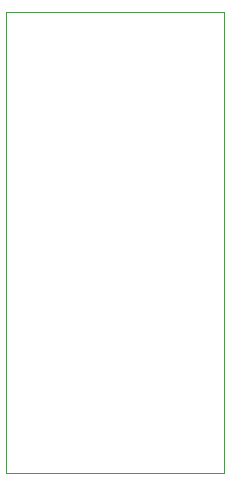
<source format=gbr>
G04 #@! TF.GenerationSoftware,KiCad,Pcbnew,(5.0.0)*
G04 #@! TF.CreationDate,2019-07-27T01:42:12+02:00*
G04 #@! TF.ProjectId,v3,76332E6B696361645F70636200000000,rev?*
G04 #@! TF.SameCoordinates,Original*
G04 #@! TF.FileFunction,Profile,NP*
%FSLAX46Y46*%
G04 Gerber Fmt 4.6, Leading zero omitted, Abs format (unit mm)*
G04 Created by KiCad (PCBNEW (5.0.0)) date 07/27/19 01:42:12*
%MOMM*%
%LPD*%
G01*
G04 APERTURE LIST*
%ADD10C,0.100000*%
G04 APERTURE END LIST*
D10*
X138303000Y-89408000D02*
X138303000Y-50419000D01*
X156718000Y-89408000D02*
X138303000Y-89408000D01*
X156718000Y-50419000D02*
X156718000Y-89408000D01*
X138303000Y-50419000D02*
X156718000Y-50419000D01*
M02*

</source>
